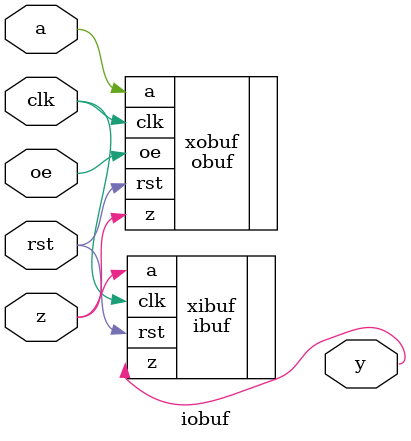
<source format=v>

`timescale 1ns / 1ps

module iobuf (
    input  wire clk,
    input  wire rst,
    input  wire a,
    inout  wire z,
    output wire y,
    input  wire oe
);

  ibuf xibuf (
      .clk(clk),
      .rst(rst),
      .a  (z),
      .z  (y)
  );

  obuf xobuf (
      .clk(clk),
      .rst(rst),
      .oe (oe),
      .a  (a),
      .z  (z)
  );

endmodule


</source>
